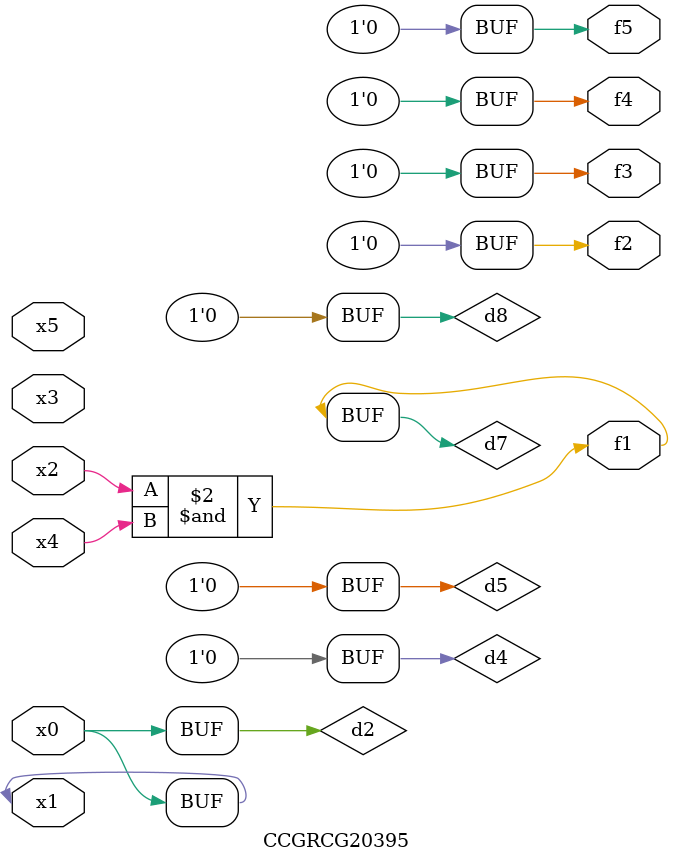
<source format=v>
module CCGRCG20395(
	input x0, x1, x2, x3, x4, x5,
	output f1, f2, f3, f4, f5
);

	wire d1, d2, d3, d4, d5, d6, d7, d8, d9;

	nand (d1, x1);
	buf (d2, x0, x1);
	nand (d3, x2, x4);
	and (d4, d1, d2);
	and (d5, d1, d2);
	nand (d6, d1, d3);
	not (d7, d3);
	xor (d8, d5);
	nor (d9, d5, d6);
	assign f1 = d7;
	assign f2 = d8;
	assign f3 = d8;
	assign f4 = d8;
	assign f5 = d8;
endmodule

</source>
